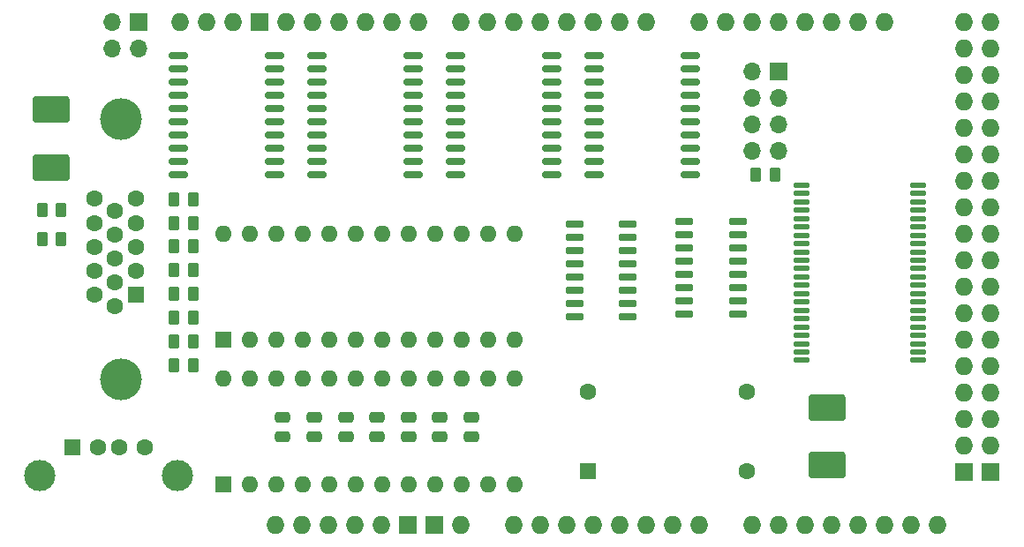
<source format=gbr>
%TF.GenerationSoftware,KiCad,Pcbnew,8.0.4+dfsg-1*%
%TF.CreationDate,2024-11-13T23:12:42-05:00*%
%TF.ProjectId,VGA_SRAM_Shield,5647415f-5352-4414-9d5f-536869656c64,rev?*%
%TF.SameCoordinates,Original*%
%TF.FileFunction,Soldermask,Bot*%
%TF.FilePolarity,Negative*%
%FSLAX46Y46*%
G04 Gerber Fmt 4.6, Leading zero omitted, Abs format (unit mm)*
G04 Created by KiCad (PCBNEW 8.0.4+dfsg-1) date 2024-11-13 23:12:42*
%MOMM*%
%LPD*%
G01*
G04 APERTURE LIST*
G04 Aperture macros list*
%AMRoundRect*
0 Rectangle with rounded corners*
0 $1 Rounding radius*
0 $2 $3 $4 $5 $6 $7 $8 $9 X,Y pos of 4 corners*
0 Add a 4 corners polygon primitive as box body*
4,1,4,$2,$3,$4,$5,$6,$7,$8,$9,$2,$3,0*
0 Add four circle primitives for the rounded corners*
1,1,$1+$1,$2,$3*
1,1,$1+$1,$4,$5*
1,1,$1+$1,$6,$7*
1,1,$1+$1,$8,$9*
0 Add four rect primitives between the rounded corners*
20,1,$1+$1,$2,$3,$4,$5,0*
20,1,$1+$1,$4,$5,$6,$7,0*
20,1,$1+$1,$6,$7,$8,$9,0*
20,1,$1+$1,$8,$9,$2,$3,0*%
G04 Aperture macros list end*
%ADD10R,1.700000X1.700000*%
%ADD11O,1.700000X1.700000*%
%ADD12R,1.600000X1.500000*%
%ADD13C,1.600000*%
%ADD14C,3.000000*%
%ADD15C,4.000000*%
%ADD16R,1.600000X1.600000*%
%ADD17O,1.600000X1.600000*%
%ADD18O,1.727200X1.727200*%
%ADD19R,1.727200X1.727200*%
%ADD20RoundRect,0.250000X-0.475000X0.250000X-0.475000X-0.250000X0.475000X-0.250000X0.475000X0.250000X0*%
%ADD21RoundRect,0.150000X0.800000X0.150000X-0.800000X0.150000X-0.800000X-0.150000X0.800000X-0.150000X0*%
%ADD22RoundRect,0.150000X0.725000X0.150000X-0.725000X0.150000X-0.725000X-0.150000X0.725000X-0.150000X0*%
%ADD23RoundRect,0.250000X-0.262500X-0.450000X0.262500X-0.450000X0.262500X0.450000X-0.262500X0.450000X0*%
%ADD24RoundRect,0.250000X0.262500X0.450000X-0.262500X0.450000X-0.262500X-0.450000X0.262500X-0.450000X0*%
%ADD25RoundRect,0.249999X1.500001X-1.025001X1.500001X1.025001X-1.500001X1.025001X-1.500001X-1.025001X0*%
%ADD26RoundRect,0.137500X0.625000X0.137500X-0.625000X0.137500X-0.625000X-0.137500X0.625000X-0.137500X0*%
G04 APERTURE END LIST*
D10*
%TO.C,J2*%
X41700000Y-133625000D03*
D11*
X39160000Y-133625000D03*
X41700000Y-136165000D03*
X39160000Y-136165000D03*
%TD*%
D12*
%TO.C,J5*%
X35355000Y-174390000D03*
D13*
X37855000Y-174390000D03*
X39855000Y-174390000D03*
X42355000Y-174390000D03*
D14*
X32285000Y-177100000D03*
X45425000Y-177100000D03*
%TD*%
D15*
%TO.C,J3*%
X40040000Y-142920000D03*
X40040000Y-167920000D03*
D16*
X41460000Y-159735000D03*
D13*
X41460000Y-157445000D03*
X41460000Y-155155000D03*
X41460000Y-152865000D03*
X41460000Y-150575000D03*
X39480000Y-160880000D03*
X39480000Y-158590000D03*
X39480000Y-156300000D03*
X39480000Y-154010000D03*
X39480000Y-151720000D03*
X37500000Y-159735000D03*
X37500000Y-157445000D03*
X37500000Y-155155000D03*
X37500000Y-152865000D03*
X37500000Y-150575000D03*
%TD*%
D16*
%TO.C,X1*%
X84836000Y-176657000D03*
D13*
X100076000Y-176657000D03*
X100076000Y-169037000D03*
X84836000Y-169037000D03*
%TD*%
D16*
%TO.C,U8*%
X49885600Y-164109400D03*
D17*
X52425600Y-164109400D03*
X54965600Y-164109400D03*
X57505600Y-164109400D03*
X60045600Y-164109400D03*
X62585600Y-164109400D03*
X65125600Y-164109400D03*
X67665600Y-164109400D03*
X70205600Y-164109400D03*
X72745600Y-164109400D03*
X75285600Y-164109400D03*
X77825600Y-164109400D03*
X77825600Y-153949400D03*
X75285600Y-153949400D03*
X72745600Y-153949400D03*
X70205600Y-153949400D03*
X67665600Y-153949400D03*
X65125600Y-153949400D03*
X62585600Y-153949400D03*
X60045600Y-153949400D03*
X57505600Y-153949400D03*
X54965600Y-153949400D03*
X52425600Y-153949400D03*
X49885600Y-153949400D03*
%TD*%
D18*
%TO.C,A1*%
X54864000Y-181864000D03*
X62484000Y-181864000D03*
X65024000Y-181864000D03*
X120904000Y-133604000D03*
X123444000Y-133604000D03*
X77724000Y-181864000D03*
X80264000Y-181864000D03*
X82804000Y-181864000D03*
X85344000Y-181864000D03*
X87884000Y-181864000D03*
X90424000Y-181864000D03*
X92964000Y-181864000D03*
X95504000Y-181864000D03*
X100584000Y-181864000D03*
X103124000Y-181864000D03*
X105664000Y-181864000D03*
X108204000Y-181864000D03*
X50800000Y-133604000D03*
X115824000Y-181864000D03*
X118364000Y-181864000D03*
X90424000Y-133604000D03*
X87884000Y-133604000D03*
X85344000Y-133604000D03*
X82804000Y-133604000D03*
X80264000Y-133604000D03*
X77724000Y-133604000D03*
X75184000Y-133604000D03*
X72644000Y-133604000D03*
X68580000Y-133604000D03*
X66040000Y-133604000D03*
X63500000Y-133604000D03*
X60960000Y-133604000D03*
X58420000Y-133604000D03*
X55880000Y-133604000D03*
X95504000Y-133604000D03*
X98044000Y-133604000D03*
X100584000Y-133604000D03*
X103124000Y-133604000D03*
X105664000Y-133604000D03*
X108204000Y-133604000D03*
X110744000Y-133604000D03*
X113284000Y-133604000D03*
X120904000Y-136144000D03*
X123444000Y-136144000D03*
X120904000Y-138684000D03*
X123444000Y-138684000D03*
X120904000Y-141224000D03*
X123444000Y-141224000D03*
X120904000Y-143764000D03*
X123444000Y-143764000D03*
X120904000Y-146304000D03*
X123444000Y-146304000D03*
X120904000Y-148844000D03*
X123444000Y-148844000D03*
X120904000Y-151384000D03*
X123444000Y-151384000D03*
X120904000Y-153924000D03*
X123444000Y-153924000D03*
X120904000Y-156464000D03*
X123444000Y-156464000D03*
X120904000Y-159004000D03*
X123444000Y-159004000D03*
X120904000Y-161544000D03*
X123444000Y-161544000D03*
X120904000Y-164084000D03*
X123444000Y-164084000D03*
X120904000Y-166624000D03*
X123444000Y-166624000D03*
X120904000Y-169164000D03*
X123444000Y-169164000D03*
X120904000Y-171704000D03*
X123444000Y-171704000D03*
X120904000Y-174244000D03*
X123444000Y-174244000D03*
X110744000Y-181864000D03*
X113284000Y-181864000D03*
D19*
X53340000Y-133604000D03*
X67564000Y-181864000D03*
X70104000Y-181864000D03*
X120904000Y-176784000D03*
X123444000Y-176784000D03*
D18*
X57404000Y-181864000D03*
X59944000Y-181864000D03*
X45720000Y-133604000D03*
X48260000Y-133604000D03*
X72644000Y-181864000D03*
%TD*%
D10*
%TO.C,J1*%
X103124000Y-138328400D03*
D11*
X100584000Y-138328400D03*
X103124000Y-140868400D03*
X100584000Y-140868400D03*
X103124000Y-143408400D03*
X100584000Y-143408400D03*
X103124000Y-145948400D03*
X100584000Y-145948400D03*
%TD*%
D16*
%TO.C,U9*%
X49885600Y-177927000D03*
D17*
X52425600Y-177927000D03*
X54965600Y-177927000D03*
X57505600Y-177927000D03*
X60045600Y-177927000D03*
X62585600Y-177927000D03*
X65125600Y-177927000D03*
X67665600Y-177927000D03*
X70205600Y-177927000D03*
X72745600Y-177927000D03*
X75285600Y-177927000D03*
X77825600Y-177927000D03*
X77825600Y-167767000D03*
X75285600Y-167767000D03*
X72745600Y-167767000D03*
X70205600Y-167767000D03*
X67665600Y-167767000D03*
X65125600Y-167767000D03*
X62585600Y-167767000D03*
X60045600Y-167767000D03*
X57505600Y-167767000D03*
X54965600Y-167767000D03*
X52425600Y-167767000D03*
X49885600Y-167767000D03*
%TD*%
D20*
%TO.C,C4*%
X64605000Y-171516000D03*
X64605000Y-173416000D03*
%TD*%
D21*
%TO.C,U14*%
X94657300Y-136855200D03*
X94657300Y-138125200D03*
X94657300Y-139395200D03*
X94657300Y-140665200D03*
X94657300Y-141935200D03*
X94657300Y-143205200D03*
X94657300Y-144475200D03*
X94657300Y-145745200D03*
X94657300Y-147015200D03*
X94657300Y-148285200D03*
X85457300Y-148285200D03*
X85457300Y-147015200D03*
X85457300Y-145745200D03*
X85457300Y-144475200D03*
X85457300Y-143205200D03*
X85457300Y-141935200D03*
X85457300Y-140665200D03*
X85457300Y-139395200D03*
X85457300Y-138125200D03*
X85457300Y-136855200D03*
%TD*%
D20*
%TO.C,C8*%
X73635000Y-171516000D03*
X73635000Y-173416000D03*
%TD*%
D22*
%TO.C,U4*%
X88681000Y-152984200D03*
X88681000Y-154254200D03*
X88681000Y-155524200D03*
X88681000Y-156794200D03*
X88681000Y-158064200D03*
X88681000Y-159334200D03*
X88681000Y-160604200D03*
X88681000Y-161874200D03*
X83531000Y-161874200D03*
X83531000Y-160604200D03*
X83531000Y-159334200D03*
X83531000Y-158064200D03*
X83531000Y-156794200D03*
X83531000Y-155524200D03*
X83531000Y-154254200D03*
X83531000Y-152984200D03*
%TD*%
D23*
%TO.C,R1*%
X45124200Y-161986000D03*
X46949200Y-161986000D03*
%TD*%
D20*
%TO.C,C7*%
X70625000Y-171516000D03*
X70625000Y-173416000D03*
%TD*%
D21*
%TO.C,U12*%
X68072000Y-136855200D03*
X68072000Y-138125200D03*
X68072000Y-139395200D03*
X68072000Y-140665200D03*
X68072000Y-141935200D03*
X68072000Y-143205200D03*
X68072000Y-144475200D03*
X68072000Y-145745200D03*
X68072000Y-147015200D03*
X68072000Y-148285200D03*
X58872000Y-148285200D03*
X58872000Y-147015200D03*
X58872000Y-145745200D03*
X58872000Y-144475200D03*
X58872000Y-143205200D03*
X58872000Y-141935200D03*
X58872000Y-140665200D03*
X58872000Y-139395200D03*
X58872000Y-138125200D03*
X58872000Y-136855200D03*
%TD*%
D23*
%TO.C,R8*%
X45124200Y-159700000D03*
X46949200Y-159700000D03*
%TD*%
%TO.C,R4*%
X45124200Y-164272000D03*
X46949200Y-164272000D03*
%TD*%
D24*
%TO.C,R2*%
X46949200Y-157414000D03*
X45124200Y-157414000D03*
%TD*%
D25*
%TO.C,C9*%
X33350200Y-147536000D03*
X33350200Y-141986000D03*
%TD*%
%TO.C,C6*%
X107772200Y-176136400D03*
X107772200Y-170586400D03*
%TD*%
D22*
%TO.C,U3*%
X99237800Y-152755600D03*
X99237800Y-154025600D03*
X99237800Y-155295600D03*
X99237800Y-156565600D03*
X99237800Y-157835600D03*
X99237800Y-159105600D03*
X99237800Y-160375600D03*
X99237800Y-161645600D03*
X94087800Y-161645600D03*
X94087800Y-160375600D03*
X94087800Y-159105600D03*
X94087800Y-157835600D03*
X94087800Y-156565600D03*
X94087800Y-155295600D03*
X94087800Y-154025600D03*
X94087800Y-152755600D03*
%TD*%
D20*
%TO.C,C5*%
X67615000Y-171516000D03*
X67615000Y-173416000D03*
%TD*%
%TO.C,C1*%
X55575000Y-171516000D03*
X55575000Y-173416000D03*
%TD*%
D26*
%TO.C,U1*%
X116484400Y-149264800D03*
X116484400Y-150064800D03*
X116484400Y-150864800D03*
X116484400Y-151664800D03*
X116484400Y-152464800D03*
X116484400Y-153264800D03*
X116484400Y-154064800D03*
X116484400Y-154864800D03*
X116484400Y-155664800D03*
X116484400Y-156464800D03*
X116484400Y-157264800D03*
X116484400Y-158064800D03*
X116484400Y-158864800D03*
X116484400Y-159664800D03*
X116484400Y-160464800D03*
X116484400Y-161264800D03*
X116484400Y-162064800D03*
X116484400Y-162864800D03*
X116484400Y-163664800D03*
X116484400Y-164464800D03*
X116484400Y-165264800D03*
X116484400Y-166064800D03*
X105309400Y-166064800D03*
X105309400Y-165264800D03*
X105309400Y-164464800D03*
X105309400Y-163664800D03*
X105309400Y-162864800D03*
X105309400Y-162064800D03*
X105309400Y-161264800D03*
X105309400Y-160464800D03*
X105309400Y-159664800D03*
X105309400Y-158864800D03*
X105309400Y-158064800D03*
X105309400Y-157264800D03*
X105309400Y-156464800D03*
X105309400Y-155664800D03*
X105309400Y-154864800D03*
X105309400Y-154064800D03*
X105309400Y-153264800D03*
X105309400Y-152464800D03*
X105309400Y-151664800D03*
X105309400Y-150864800D03*
X105309400Y-150064800D03*
X105309400Y-149264800D03*
%TD*%
D24*
%TO.C,R5*%
X46949200Y-155128000D03*
X45124200Y-155128000D03*
%TD*%
%TO.C,R7*%
X46949200Y-166558000D03*
X45124200Y-166558000D03*
%TD*%
D20*
%TO.C,C3*%
X61595000Y-171516000D03*
X61595000Y-173416000D03*
%TD*%
D23*
%TO.C,R11*%
X32500000Y-151650000D03*
X34325000Y-151650000D03*
%TD*%
D21*
%TO.C,U13*%
X81364700Y-136855200D03*
X81364700Y-138125200D03*
X81364700Y-139395200D03*
X81364700Y-140665200D03*
X81364700Y-141935200D03*
X81364700Y-143205200D03*
X81364700Y-144475200D03*
X81364700Y-145745200D03*
X81364700Y-147015200D03*
X81364700Y-148285200D03*
X72164700Y-148285200D03*
X72164700Y-147015200D03*
X72164700Y-145745200D03*
X72164700Y-144475200D03*
X72164700Y-143205200D03*
X72164700Y-141935200D03*
X72164700Y-140665200D03*
X72164700Y-139395200D03*
X72164700Y-138125200D03*
X72164700Y-136855200D03*
%TD*%
%TO.C,U11*%
X54779300Y-136855200D03*
X54779300Y-138125200D03*
X54779300Y-139395200D03*
X54779300Y-140665200D03*
X54779300Y-141935200D03*
X54779300Y-143205200D03*
X54779300Y-144475200D03*
X54779300Y-145745200D03*
X54779300Y-147015200D03*
X54779300Y-148285200D03*
X45579300Y-148285200D03*
X45579300Y-147015200D03*
X45579300Y-145745200D03*
X45579300Y-144475200D03*
X45579300Y-143205200D03*
X45579300Y-141935200D03*
X45579300Y-140665200D03*
X45579300Y-139395200D03*
X45579300Y-138125200D03*
X45579300Y-136855200D03*
%TD*%
D20*
%TO.C,C2*%
X58585000Y-171516000D03*
X58585000Y-173416000D03*
%TD*%
D24*
%TO.C,R6*%
X46949200Y-150606800D03*
X45124200Y-150606800D03*
%TD*%
D23*
%TO.C,R12*%
X32500000Y-154444000D03*
X34325000Y-154444000D03*
%TD*%
%TO.C,R10*%
X100925000Y-148250000D03*
X102750000Y-148250000D03*
%TD*%
D24*
%TO.C,R3*%
X46949200Y-152892800D03*
X45124200Y-152892800D03*
%TD*%
M02*

</source>
